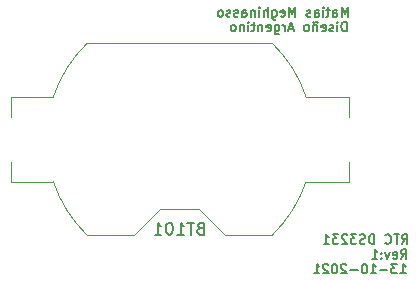
<source format=gbr>
%TF.GenerationSoftware,KiCad,Pcbnew,(5.1.10)-1*%
%TF.CreationDate,2021-10-14T15:31:21-03:00*%
%TF.ProjectId,RTC DS3231,52544320-4453-4333-9233-312e6b696361,1*%
%TF.SameCoordinates,Original*%
%TF.FileFunction,Legend,Bot*%
%TF.FilePolarity,Positive*%
%FSLAX46Y46*%
G04 Gerber Fmt 4.6, Leading zero omitted, Abs format (unit mm)*
G04 Created by KiCad (PCBNEW (5.1.10)-1) date 2021-10-14 15:31:21*
%MOMM*%
%LPD*%
G01*
G04 APERTURE LIST*
%ADD10C,0.150000*%
%ADD11C,0.120000*%
G04 APERTURE END LIST*
D10*
X135395238Y-81611904D02*
X135395238Y-80811904D01*
X135204761Y-80811904D01*
X135090476Y-80850000D01*
X135014285Y-80926190D01*
X134976190Y-81002380D01*
X134938095Y-81154761D01*
X134938095Y-81269047D01*
X134976190Y-81421428D01*
X135014285Y-81497619D01*
X135090476Y-81573809D01*
X135204761Y-81611904D01*
X135395238Y-81611904D01*
X134595238Y-81611904D02*
X134595238Y-81078571D01*
X134595238Y-80811904D02*
X134633333Y-80850000D01*
X134595238Y-80888095D01*
X134557142Y-80850000D01*
X134595238Y-80811904D01*
X134595238Y-80888095D01*
X134252380Y-81573809D02*
X134176190Y-81611904D01*
X134023809Y-81611904D01*
X133947619Y-81573809D01*
X133909523Y-81497619D01*
X133909523Y-81459523D01*
X133947619Y-81383333D01*
X134023809Y-81345238D01*
X134138095Y-81345238D01*
X134214285Y-81307142D01*
X134252380Y-81230952D01*
X134252380Y-81192857D01*
X134214285Y-81116666D01*
X134138095Y-81078571D01*
X134023809Y-81078571D01*
X133947619Y-81116666D01*
X133261904Y-81573809D02*
X133338095Y-81611904D01*
X133490476Y-81611904D01*
X133566666Y-81573809D01*
X133604761Y-81497619D01*
X133604761Y-81192857D01*
X133566666Y-81116666D01*
X133490476Y-81078571D01*
X133338095Y-81078571D01*
X133261904Y-81116666D01*
X133223809Y-81192857D01*
X133223809Y-81269047D01*
X133604761Y-81345238D01*
X132880952Y-81078571D02*
X132880952Y-81611904D01*
X132880952Y-81154761D02*
X132842857Y-81116666D01*
X132766666Y-81078571D01*
X132652380Y-81078571D01*
X132576190Y-81116666D01*
X132538095Y-81192857D01*
X132538095Y-81611904D01*
X132919047Y-80888095D02*
X132880952Y-80850000D01*
X132804761Y-80811904D01*
X132652380Y-80888095D01*
X132576190Y-80850000D01*
X132538095Y-80811904D01*
X132042857Y-81611904D02*
X132119047Y-81573809D01*
X132157142Y-81535714D01*
X132195238Y-81459523D01*
X132195238Y-81230952D01*
X132157142Y-81154761D01*
X132119047Y-81116666D01*
X132042857Y-81078571D01*
X131928571Y-81078571D01*
X131852380Y-81116666D01*
X131814285Y-81154761D01*
X131776190Y-81230952D01*
X131776190Y-81459523D01*
X131814285Y-81535714D01*
X131852380Y-81573809D01*
X131928571Y-81611904D01*
X132042857Y-81611904D01*
X130861904Y-81383333D02*
X130480952Y-81383333D01*
X130938095Y-81611904D02*
X130671428Y-80811904D01*
X130404761Y-81611904D01*
X130138095Y-81611904D02*
X130138095Y-81078571D01*
X130138095Y-81230952D02*
X130100000Y-81154761D01*
X130061904Y-81116666D01*
X129985714Y-81078571D01*
X129909523Y-81078571D01*
X129300000Y-81078571D02*
X129300000Y-81726190D01*
X129338095Y-81802380D01*
X129376190Y-81840476D01*
X129452380Y-81878571D01*
X129566666Y-81878571D01*
X129642857Y-81840476D01*
X129300000Y-81573809D02*
X129376190Y-81611904D01*
X129528571Y-81611904D01*
X129604761Y-81573809D01*
X129642857Y-81535714D01*
X129680952Y-81459523D01*
X129680952Y-81230952D01*
X129642857Y-81154761D01*
X129604761Y-81116666D01*
X129528571Y-81078571D01*
X129376190Y-81078571D01*
X129300000Y-81116666D01*
X128614285Y-81573809D02*
X128690476Y-81611904D01*
X128842857Y-81611904D01*
X128919047Y-81573809D01*
X128957142Y-81497619D01*
X128957142Y-81192857D01*
X128919047Y-81116666D01*
X128842857Y-81078571D01*
X128690476Y-81078571D01*
X128614285Y-81116666D01*
X128576190Y-81192857D01*
X128576190Y-81269047D01*
X128957142Y-81345238D01*
X128233333Y-81078571D02*
X128233333Y-81611904D01*
X128233333Y-81154761D02*
X128195238Y-81116666D01*
X128119047Y-81078571D01*
X128004761Y-81078571D01*
X127928571Y-81116666D01*
X127890476Y-81192857D01*
X127890476Y-81611904D01*
X127623809Y-81078571D02*
X127319047Y-81078571D01*
X127509523Y-80811904D02*
X127509523Y-81497619D01*
X127471428Y-81573809D01*
X127395238Y-81611904D01*
X127319047Y-81611904D01*
X127052380Y-81611904D02*
X127052380Y-81078571D01*
X127052380Y-80811904D02*
X127090476Y-80850000D01*
X127052380Y-80888095D01*
X127014285Y-80850000D01*
X127052380Y-80811904D01*
X127052380Y-80888095D01*
X126671428Y-81078571D02*
X126671428Y-81611904D01*
X126671428Y-81154761D02*
X126633333Y-81116666D01*
X126557142Y-81078571D01*
X126442857Y-81078571D01*
X126366666Y-81116666D01*
X126328571Y-81192857D01*
X126328571Y-81611904D01*
X125833333Y-81611904D02*
X125909523Y-81573809D01*
X125947619Y-81535714D01*
X125985714Y-81459523D01*
X125985714Y-81230952D01*
X125947619Y-81154761D01*
X125909523Y-81116666D01*
X125833333Y-81078571D01*
X125719047Y-81078571D01*
X125642857Y-81116666D01*
X125604761Y-81154761D01*
X125566666Y-81230952D01*
X125566666Y-81459523D01*
X125604761Y-81535714D01*
X125642857Y-81573809D01*
X125719047Y-81611904D01*
X125833333Y-81611904D01*
X135485714Y-80361904D02*
X135485714Y-79561904D01*
X135219047Y-80133333D01*
X134952380Y-79561904D01*
X134952380Y-80361904D01*
X134228571Y-80361904D02*
X134228571Y-79942857D01*
X134266666Y-79866666D01*
X134342857Y-79828571D01*
X134495238Y-79828571D01*
X134571428Y-79866666D01*
X134228571Y-80323809D02*
X134304761Y-80361904D01*
X134495238Y-80361904D01*
X134571428Y-80323809D01*
X134609523Y-80247619D01*
X134609523Y-80171428D01*
X134571428Y-80095238D01*
X134495238Y-80057142D01*
X134304761Y-80057142D01*
X134228571Y-80019047D01*
X133961904Y-79828571D02*
X133657142Y-79828571D01*
X133847619Y-79561904D02*
X133847619Y-80247619D01*
X133809523Y-80323809D01*
X133733333Y-80361904D01*
X133657142Y-80361904D01*
X133390476Y-80361904D02*
X133390476Y-79828571D01*
X133390476Y-79561904D02*
X133428571Y-79600000D01*
X133390476Y-79638095D01*
X133352380Y-79600000D01*
X133390476Y-79561904D01*
X133390476Y-79638095D01*
X132666666Y-80361904D02*
X132666666Y-79942857D01*
X132704761Y-79866666D01*
X132780952Y-79828571D01*
X132933333Y-79828571D01*
X133009523Y-79866666D01*
X132666666Y-80323809D02*
X132742857Y-80361904D01*
X132933333Y-80361904D01*
X133009523Y-80323809D01*
X133047619Y-80247619D01*
X133047619Y-80171428D01*
X133009523Y-80095238D01*
X132933333Y-80057142D01*
X132742857Y-80057142D01*
X132666666Y-80019047D01*
X132323809Y-80323809D02*
X132247619Y-80361904D01*
X132095238Y-80361904D01*
X132019047Y-80323809D01*
X131980952Y-80247619D01*
X131980952Y-80209523D01*
X132019047Y-80133333D01*
X132095238Y-80095238D01*
X132209523Y-80095238D01*
X132285714Y-80057142D01*
X132323809Y-79980952D01*
X132323809Y-79942857D01*
X132285714Y-79866666D01*
X132209523Y-79828571D01*
X132095238Y-79828571D01*
X132019047Y-79866666D01*
X131028571Y-80361904D02*
X131028571Y-79561904D01*
X130761904Y-80133333D01*
X130495238Y-79561904D01*
X130495238Y-80361904D01*
X129809523Y-80323809D02*
X129885714Y-80361904D01*
X130038095Y-80361904D01*
X130114285Y-80323809D01*
X130152380Y-80247619D01*
X130152380Y-79942857D01*
X130114285Y-79866666D01*
X130038095Y-79828571D01*
X129885714Y-79828571D01*
X129809523Y-79866666D01*
X129771428Y-79942857D01*
X129771428Y-80019047D01*
X130152380Y-80095238D01*
X129085714Y-79828571D02*
X129085714Y-80476190D01*
X129123809Y-80552380D01*
X129161904Y-80590476D01*
X129238095Y-80628571D01*
X129352380Y-80628571D01*
X129428571Y-80590476D01*
X129085714Y-80323809D02*
X129161904Y-80361904D01*
X129314285Y-80361904D01*
X129390476Y-80323809D01*
X129428571Y-80285714D01*
X129466666Y-80209523D01*
X129466666Y-79980952D01*
X129428571Y-79904761D01*
X129390476Y-79866666D01*
X129314285Y-79828571D01*
X129161904Y-79828571D01*
X129085714Y-79866666D01*
X128704761Y-80361904D02*
X128704761Y-79561904D01*
X128361904Y-80361904D02*
X128361904Y-79942857D01*
X128400000Y-79866666D01*
X128476190Y-79828571D01*
X128590476Y-79828571D01*
X128666666Y-79866666D01*
X128704761Y-79904761D01*
X127980952Y-80361904D02*
X127980952Y-79828571D01*
X127980952Y-79561904D02*
X128019047Y-79600000D01*
X127980952Y-79638095D01*
X127942857Y-79600000D01*
X127980952Y-79561904D01*
X127980952Y-79638095D01*
X127600000Y-79828571D02*
X127600000Y-80361904D01*
X127600000Y-79904761D02*
X127561904Y-79866666D01*
X127485714Y-79828571D01*
X127371428Y-79828571D01*
X127295238Y-79866666D01*
X127257142Y-79942857D01*
X127257142Y-80361904D01*
X126533333Y-80361904D02*
X126533333Y-79942857D01*
X126571428Y-79866666D01*
X126647619Y-79828571D01*
X126800000Y-79828571D01*
X126876190Y-79866666D01*
X126533333Y-80323809D02*
X126609523Y-80361904D01*
X126800000Y-80361904D01*
X126876190Y-80323809D01*
X126914285Y-80247619D01*
X126914285Y-80171428D01*
X126876190Y-80095238D01*
X126800000Y-80057142D01*
X126609523Y-80057142D01*
X126533333Y-80019047D01*
X126190476Y-80323809D02*
X126114285Y-80361904D01*
X125961904Y-80361904D01*
X125885714Y-80323809D01*
X125847619Y-80247619D01*
X125847619Y-80209523D01*
X125885714Y-80133333D01*
X125961904Y-80095238D01*
X126076190Y-80095238D01*
X126152380Y-80057142D01*
X126190476Y-79980952D01*
X126190476Y-79942857D01*
X126152380Y-79866666D01*
X126076190Y-79828571D01*
X125961904Y-79828571D01*
X125885714Y-79866666D01*
X125542857Y-80323809D02*
X125466666Y-80361904D01*
X125314285Y-80361904D01*
X125238095Y-80323809D01*
X125200000Y-80247619D01*
X125200000Y-80209523D01*
X125238095Y-80133333D01*
X125314285Y-80095238D01*
X125428571Y-80095238D01*
X125504761Y-80057142D01*
X125542857Y-79980952D01*
X125542857Y-79942857D01*
X125504761Y-79866666D01*
X125428571Y-79828571D01*
X125314285Y-79828571D01*
X125238095Y-79866666D01*
X124742857Y-80361904D02*
X124819047Y-80323809D01*
X124857142Y-80285714D01*
X124895238Y-80209523D01*
X124895238Y-79980952D01*
X124857142Y-79904761D01*
X124819047Y-79866666D01*
X124742857Y-79828571D01*
X124628571Y-79828571D01*
X124552380Y-79866666D01*
X124514285Y-79904761D01*
X124476190Y-79980952D01*
X124476190Y-80209523D01*
X124514285Y-80285714D01*
X124552380Y-80323809D01*
X124628571Y-80361904D01*
X124742857Y-80361904D01*
X139928571Y-102111904D02*
X140385714Y-102111904D01*
X140157142Y-102111904D02*
X140157142Y-101311904D01*
X140233333Y-101426190D01*
X140309523Y-101502380D01*
X140385714Y-101540476D01*
X139661904Y-101311904D02*
X139166666Y-101311904D01*
X139433333Y-101616666D01*
X139319047Y-101616666D01*
X139242857Y-101654761D01*
X139204761Y-101692857D01*
X139166666Y-101769047D01*
X139166666Y-101959523D01*
X139204761Y-102035714D01*
X139242857Y-102073809D01*
X139319047Y-102111904D01*
X139547619Y-102111904D01*
X139623809Y-102073809D01*
X139661904Y-102035714D01*
X138823809Y-101807142D02*
X138214285Y-101807142D01*
X137414285Y-102111904D02*
X137871428Y-102111904D01*
X137642857Y-102111904D02*
X137642857Y-101311904D01*
X137719047Y-101426190D01*
X137795238Y-101502380D01*
X137871428Y-101540476D01*
X136919047Y-101311904D02*
X136842857Y-101311904D01*
X136766666Y-101350000D01*
X136728571Y-101388095D01*
X136690476Y-101464285D01*
X136652380Y-101616666D01*
X136652380Y-101807142D01*
X136690476Y-101959523D01*
X136728571Y-102035714D01*
X136766666Y-102073809D01*
X136842857Y-102111904D01*
X136919047Y-102111904D01*
X136995238Y-102073809D01*
X137033333Y-102035714D01*
X137071428Y-101959523D01*
X137109523Y-101807142D01*
X137109523Y-101616666D01*
X137071428Y-101464285D01*
X137033333Y-101388095D01*
X136995238Y-101350000D01*
X136919047Y-101311904D01*
X136309523Y-101807142D02*
X135700000Y-101807142D01*
X135357142Y-101388095D02*
X135319047Y-101350000D01*
X135242857Y-101311904D01*
X135052380Y-101311904D01*
X134976190Y-101350000D01*
X134938095Y-101388095D01*
X134900000Y-101464285D01*
X134900000Y-101540476D01*
X134938095Y-101654761D01*
X135395238Y-102111904D01*
X134900000Y-102111904D01*
X134404761Y-101311904D02*
X134328571Y-101311904D01*
X134252380Y-101350000D01*
X134214285Y-101388095D01*
X134176190Y-101464285D01*
X134138095Y-101616666D01*
X134138095Y-101807142D01*
X134176190Y-101959523D01*
X134214285Y-102035714D01*
X134252380Y-102073809D01*
X134328571Y-102111904D01*
X134404761Y-102111904D01*
X134480952Y-102073809D01*
X134519047Y-102035714D01*
X134557142Y-101959523D01*
X134595238Y-101807142D01*
X134595238Y-101616666D01*
X134557142Y-101464285D01*
X134519047Y-101388095D01*
X134480952Y-101350000D01*
X134404761Y-101311904D01*
X133833333Y-101388095D02*
X133795238Y-101350000D01*
X133719047Y-101311904D01*
X133528571Y-101311904D01*
X133452380Y-101350000D01*
X133414285Y-101388095D01*
X133376190Y-101464285D01*
X133376190Y-101540476D01*
X133414285Y-101654761D01*
X133871428Y-102111904D01*
X133376190Y-102111904D01*
X132614285Y-102111904D02*
X133071428Y-102111904D01*
X132842857Y-102111904D02*
X132842857Y-101311904D01*
X132919047Y-101426190D01*
X132995238Y-101502380D01*
X133071428Y-101540476D01*
X139971428Y-100861904D02*
X140238095Y-100480952D01*
X140428571Y-100861904D02*
X140428571Y-100061904D01*
X140123809Y-100061904D01*
X140047619Y-100100000D01*
X140009523Y-100138095D01*
X139971428Y-100214285D01*
X139971428Y-100328571D01*
X140009523Y-100404761D01*
X140047619Y-100442857D01*
X140123809Y-100480952D01*
X140428571Y-100480952D01*
X139323809Y-100823809D02*
X139400000Y-100861904D01*
X139552380Y-100861904D01*
X139628571Y-100823809D01*
X139666666Y-100747619D01*
X139666666Y-100442857D01*
X139628571Y-100366666D01*
X139552380Y-100328571D01*
X139400000Y-100328571D01*
X139323809Y-100366666D01*
X139285714Y-100442857D01*
X139285714Y-100519047D01*
X139666666Y-100595238D01*
X139019047Y-100328571D02*
X138828571Y-100861904D01*
X138638095Y-100328571D01*
X138333333Y-100785714D02*
X138295238Y-100823809D01*
X138333333Y-100861904D01*
X138371428Y-100823809D01*
X138333333Y-100785714D01*
X138333333Y-100861904D01*
X138333333Y-100366666D02*
X138295238Y-100404761D01*
X138333333Y-100442857D01*
X138371428Y-100404761D01*
X138333333Y-100366666D01*
X138333333Y-100442857D01*
X137533333Y-100861904D02*
X137990476Y-100861904D01*
X137761904Y-100861904D02*
X137761904Y-100061904D01*
X137838095Y-100176190D01*
X137914285Y-100252380D01*
X137990476Y-100290476D01*
X140066666Y-99611904D02*
X140333333Y-99230952D01*
X140523809Y-99611904D02*
X140523809Y-98811904D01*
X140219047Y-98811904D01*
X140142857Y-98850000D01*
X140104761Y-98888095D01*
X140066666Y-98964285D01*
X140066666Y-99078571D01*
X140104761Y-99154761D01*
X140142857Y-99192857D01*
X140219047Y-99230952D01*
X140523809Y-99230952D01*
X139838095Y-98811904D02*
X139380952Y-98811904D01*
X139609523Y-99611904D02*
X139609523Y-98811904D01*
X138657142Y-99535714D02*
X138695238Y-99573809D01*
X138809523Y-99611904D01*
X138885714Y-99611904D01*
X139000000Y-99573809D01*
X139076190Y-99497619D01*
X139114285Y-99421428D01*
X139152380Y-99269047D01*
X139152380Y-99154761D01*
X139114285Y-99002380D01*
X139076190Y-98926190D01*
X139000000Y-98850000D01*
X138885714Y-98811904D01*
X138809523Y-98811904D01*
X138695238Y-98850000D01*
X138657142Y-98888095D01*
X137704761Y-99611904D02*
X137704761Y-98811904D01*
X137514285Y-98811904D01*
X137400000Y-98850000D01*
X137323809Y-98926190D01*
X137285714Y-99002380D01*
X137247619Y-99154761D01*
X137247619Y-99269047D01*
X137285714Y-99421428D01*
X137323809Y-99497619D01*
X137400000Y-99573809D01*
X137514285Y-99611904D01*
X137704761Y-99611904D01*
X136942857Y-99573809D02*
X136828571Y-99611904D01*
X136638095Y-99611904D01*
X136561904Y-99573809D01*
X136523809Y-99535714D01*
X136485714Y-99459523D01*
X136485714Y-99383333D01*
X136523809Y-99307142D01*
X136561904Y-99269047D01*
X136638095Y-99230952D01*
X136790476Y-99192857D01*
X136866666Y-99154761D01*
X136904761Y-99116666D01*
X136942857Y-99040476D01*
X136942857Y-98964285D01*
X136904761Y-98888095D01*
X136866666Y-98850000D01*
X136790476Y-98811904D01*
X136600000Y-98811904D01*
X136485714Y-98850000D01*
X136219047Y-98811904D02*
X135723809Y-98811904D01*
X135990476Y-99116666D01*
X135876190Y-99116666D01*
X135800000Y-99154761D01*
X135761904Y-99192857D01*
X135723809Y-99269047D01*
X135723809Y-99459523D01*
X135761904Y-99535714D01*
X135800000Y-99573809D01*
X135876190Y-99611904D01*
X136104761Y-99611904D01*
X136180952Y-99573809D01*
X136219047Y-99535714D01*
X135419047Y-98888095D02*
X135380952Y-98850000D01*
X135304761Y-98811904D01*
X135114285Y-98811904D01*
X135038095Y-98850000D01*
X135000000Y-98888095D01*
X134961904Y-98964285D01*
X134961904Y-99040476D01*
X135000000Y-99154761D01*
X135457142Y-99611904D01*
X134961904Y-99611904D01*
X134695238Y-98811904D02*
X134200000Y-98811904D01*
X134466666Y-99116666D01*
X134352380Y-99116666D01*
X134276190Y-99154761D01*
X134238095Y-99192857D01*
X134200000Y-99269047D01*
X134200000Y-99459523D01*
X134238095Y-99535714D01*
X134276190Y-99573809D01*
X134352380Y-99611904D01*
X134580952Y-99611904D01*
X134657142Y-99573809D01*
X134695238Y-99535714D01*
X133438095Y-99611904D02*
X133895238Y-99611904D01*
X133666666Y-99611904D02*
X133666666Y-98811904D01*
X133742857Y-98926190D01*
X133819047Y-99002380D01*
X133895238Y-99040476D01*
D11*
%TO.C,BT101*%
X135560000Y-87140000D02*
X131942000Y-87140000D01*
X135560000Y-88850000D02*
X135560000Y-87140000D01*
X129097300Y-82640000D02*
X113402700Y-82640000D01*
X106940000Y-88850000D02*
X106940000Y-87140000D01*
X110558000Y-87140000D02*
X106940000Y-87140000D01*
X106940000Y-94360000D02*
X110558000Y-94360000D01*
X106940000Y-92650000D02*
X106940000Y-94360000D01*
X113402700Y-98860000D02*
X117390000Y-98860000D01*
X119590000Y-96660000D02*
X117390000Y-98860000D01*
X119590000Y-96660000D02*
X122910000Y-96660000D01*
X122910000Y-96660000D02*
X125110000Y-98860000D01*
X125110000Y-98860000D02*
X129097300Y-98860000D01*
X131942000Y-94360000D02*
X135560000Y-94360000D01*
X135560000Y-92650000D02*
X135560000Y-94360000D01*
X129095370Y-98861789D02*
G75*
G03*
X131942000Y-94360000I-7845370J8111789D01*
G01*
X113404630Y-82638211D02*
G75*
G03*
X110558000Y-87140000I7845370J-8111789D01*
G01*
X113404630Y-98861789D02*
G75*
G02*
X110558000Y-94360000I7845370J8111789D01*
G01*
X129095370Y-82638211D02*
G75*
G02*
X131942000Y-87140000I-7845370J-8111789D01*
G01*
D10*
X122988095Y-98298571D02*
X122845238Y-98346190D01*
X122797619Y-98393809D01*
X122750000Y-98489047D01*
X122750000Y-98631904D01*
X122797619Y-98727142D01*
X122845238Y-98774761D01*
X122940476Y-98822380D01*
X123321428Y-98822380D01*
X123321428Y-97822380D01*
X122988095Y-97822380D01*
X122892857Y-97870000D01*
X122845238Y-97917619D01*
X122797619Y-98012857D01*
X122797619Y-98108095D01*
X122845238Y-98203333D01*
X122892857Y-98250952D01*
X122988095Y-98298571D01*
X123321428Y-98298571D01*
X122464285Y-97822380D02*
X121892857Y-97822380D01*
X122178571Y-98822380D02*
X122178571Y-97822380D01*
X121035714Y-98822380D02*
X121607142Y-98822380D01*
X121321428Y-98822380D02*
X121321428Y-97822380D01*
X121416666Y-97965238D01*
X121511904Y-98060476D01*
X121607142Y-98108095D01*
X120416666Y-97822380D02*
X120321428Y-97822380D01*
X120226190Y-97870000D01*
X120178571Y-97917619D01*
X120130952Y-98012857D01*
X120083333Y-98203333D01*
X120083333Y-98441428D01*
X120130952Y-98631904D01*
X120178571Y-98727142D01*
X120226190Y-98774761D01*
X120321428Y-98822380D01*
X120416666Y-98822380D01*
X120511904Y-98774761D01*
X120559523Y-98727142D01*
X120607142Y-98631904D01*
X120654761Y-98441428D01*
X120654761Y-98203333D01*
X120607142Y-98012857D01*
X120559523Y-97917619D01*
X120511904Y-97870000D01*
X120416666Y-97822380D01*
X119130952Y-98822380D02*
X119702380Y-98822380D01*
X119416666Y-98822380D02*
X119416666Y-97822380D01*
X119511904Y-97965238D01*
X119607142Y-98060476D01*
X119702380Y-98108095D01*
%TD*%
M02*

</source>
